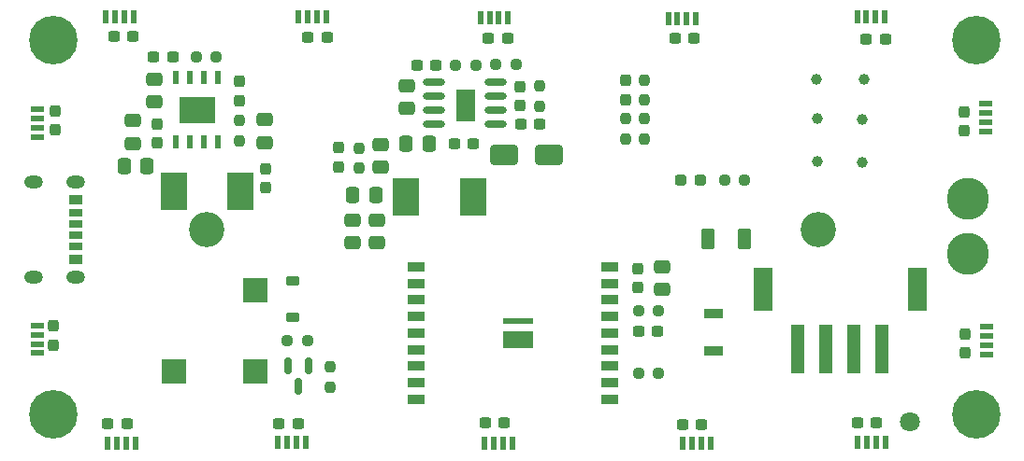
<source format=gbr>
%TF.GenerationSoftware,KiCad,Pcbnew,7.0.5*%
%TF.CreationDate,2023-12-17T20:10:20+08:00*%
%TF.ProjectId,bat_rf,6261745f-7266-42e6-9b69-6361645f7063,rev?*%
%TF.SameCoordinates,Original*%
%TF.FileFunction,Soldermask,Bot*%
%TF.FilePolarity,Negative*%
%FSLAX46Y46*%
G04 Gerber Fmt 4.6, Leading zero omitted, Abs format (unit mm)*
G04 Created by KiCad (PCBNEW 7.0.5) date 2023-12-17 20:10:20*
%MOMM*%
%LPD*%
G01*
G04 APERTURE LIST*
G04 Aperture macros list*
%AMRoundRect*
0 Rectangle with rounded corners*
0 $1 Rounding radius*
0 $2 $3 $4 $5 $6 $7 $8 $9 X,Y pos of 4 corners*
0 Add a 4 corners polygon primitive as box body*
4,1,4,$2,$3,$4,$5,$6,$7,$8,$9,$2,$3,0*
0 Add four circle primitives for the rounded corners*
1,1,$1+$1,$2,$3*
1,1,$1+$1,$4,$5*
1,1,$1+$1,$6,$7*
1,1,$1+$1,$8,$9*
0 Add four rect primitives between the rounded corners*
20,1,$1+$1,$2,$3,$4,$5,0*
20,1,$1+$1,$4,$5,$6,$7,0*
20,1,$1+$1,$6,$7,$8,$9,0*
20,1,$1+$1,$8,$9,$2,$3,0*%
G04 Aperture macros list end*
%ADD10R,1.800000X3.900000*%
%ADD11R,1.300000X4.500000*%
%ADD12C,3.800000*%
%ADD13C,4.400000*%
%ADD14C,1.800000*%
%ADD15C,3.200000*%
%ADD16RoundRect,0.237500X-0.300000X-0.237500X0.300000X-0.237500X0.300000X0.237500X-0.300000X0.237500X0*%
%ADD17RoundRect,0.237500X-0.250000X-0.237500X0.250000X-0.237500X0.250000X0.237500X-0.250000X0.237500X0*%
%ADD18RoundRect,0.250000X-0.475000X0.337500X-0.475000X-0.337500X0.475000X-0.337500X0.475000X0.337500X0*%
%ADD19RoundRect,0.237500X0.300000X0.237500X-0.300000X0.237500X-0.300000X-0.237500X0.300000X-0.237500X0*%
%ADD20RoundRect,0.250000X0.475000X-0.337500X0.475000X0.337500X-0.475000X0.337500X-0.475000X-0.337500X0*%
%ADD21R,2.195000X2.195000*%
%ADD22R,0.550000X1.200000*%
%ADD23RoundRect,0.237500X-0.237500X0.300000X-0.237500X-0.300000X0.237500X-0.300000X0.237500X0.300000X0*%
%ADD24RoundRect,0.237500X0.237500X-0.287500X0.237500X0.287500X-0.237500X0.287500X-0.237500X-0.287500X0*%
%ADD25RoundRect,0.250000X-0.337500X-0.475000X0.337500X-0.475000X0.337500X0.475000X-0.337500X0.475000X0*%
%ADD26RoundRect,0.237500X-0.237500X0.250000X-0.237500X-0.250000X0.237500X-0.250000X0.237500X0.250000X0*%
%ADD27RoundRect,0.237500X0.237500X-0.250000X0.237500X0.250000X-0.237500X0.250000X-0.237500X-0.250000X0*%
%ADD28RoundRect,0.225000X-0.375000X0.225000X-0.375000X-0.225000X0.375000X-0.225000X0.375000X0.225000X0*%
%ADD29R,1.200000X0.550000*%
%ADD30C,1.000000*%
%ADD31RoundRect,0.237500X-0.287500X-0.237500X0.287500X-0.237500X0.287500X0.237500X-0.287500X0.237500X0*%
%ADD32RoundRect,0.150000X-0.150000X0.587500X-0.150000X-0.587500X0.150000X-0.587500X0.150000X0.587500X0*%
%ADD33RoundRect,0.237500X0.250000X0.237500X-0.250000X0.237500X-0.250000X-0.237500X0.250000X-0.237500X0*%
%ADD34RoundRect,0.237500X0.237500X-0.300000X0.237500X0.300000X-0.237500X0.300000X-0.237500X-0.300000X0*%
%ADD35O,1.700000X1.200000*%
%ADD36R,1.200000X0.700000*%
%ADD37R,1.200000X0.800000*%
%ADD38R,1.200000X0.900000*%
%ADD39R,1.500000X0.900000*%
%ADD40R,2.800000X1.600000*%
%ADD41R,2.800000X0.550000*%
%ADD42RoundRect,0.250000X0.337500X0.475000X-0.337500X0.475000X-0.337500X-0.475000X0.337500X-0.475000X0*%
%ADD43RoundRect,0.250000X-0.362500X-0.700000X0.362500X-0.700000X0.362500X0.700000X-0.362500X0.700000X0*%
%ADD44R,0.600000X1.200000*%
%ADD45R,3.300000X2.400000*%
%ADD46RoundRect,0.237500X-0.237500X0.287500X-0.237500X-0.287500X0.237500X-0.287500X0.237500X0.287500X0*%
%ADD47R,2.350000X3.500000*%
%ADD48R,1.700000X0.900000*%
%ADD49O,2.032000X0.610000*%
%ADD50R,1.800000X3.000000*%
%ADD51RoundRect,0.250000X-1.000000X-0.650000X1.000000X-0.650000X1.000000X0.650000X-1.000000X0.650000X0*%
G04 APERTURE END LIST*
D10*
%TO.C,J2*%
X110689000Y-77125000D03*
X124711000Y-77125000D03*
D11*
X113891000Y-82475000D03*
X116431000Y-82475000D03*
X118971000Y-82475000D03*
X121511000Y-82475000D03*
%TD*%
D12*
%TO.C,J4*%
X129265000Y-68875000D03*
X129265000Y-73875000D03*
%TD*%
D13*
%TO.C,H2*%
X130000000Y-54475000D03*
%TD*%
%TO.C,H1*%
X46465000Y-54475000D03*
%TD*%
D14*
%TO.C,BT1*%
X123995000Y-89075000D03*
D15*
X115765000Y-71675000D03*
X60365000Y-71675000D03*
%TD*%
D13*
%TO.C,H3*%
X130000000Y-88475000D03*
%TD*%
%TO.C,H4*%
X46465000Y-88475000D03*
%TD*%
D16*
%TO.C,C36*%
X51402500Y-89275000D03*
X53127500Y-89275000D03*
%TD*%
D17*
%TO.C,R4*%
X99452500Y-79075000D03*
X101277500Y-79075000D03*
%TD*%
D18*
%TO.C,C3*%
X76127000Y-63964500D03*
X76127000Y-66039500D03*
%TD*%
%TO.C,C13*%
X55625000Y-58011000D03*
X55625000Y-60086000D03*
%TD*%
D19*
%TO.C,C19*%
X90495500Y-62148000D03*
X88770500Y-62148000D03*
%TD*%
D20*
%TO.C,C8*%
X65600000Y-63775000D03*
X65600000Y-61700000D03*
%TD*%
D21*
%TO.C,BZ1*%
X64769724Y-77157500D03*
X64769724Y-84557500D03*
X57369724Y-84557500D03*
%TD*%
D19*
%TO.C,C15*%
X71232500Y-54200000D03*
X69507500Y-54200000D03*
%TD*%
D22*
%TO.C,LED11*%
X71160000Y-52400000D03*
X70320000Y-52400000D03*
X69480000Y-52400000D03*
X68640000Y-52400000D03*
%TD*%
D23*
%TO.C,C25*%
X46500000Y-80437500D03*
X46500000Y-82162500D03*
%TD*%
D24*
%TO.C,D14*%
X72327000Y-65977000D03*
X72327000Y-64227000D03*
%TD*%
D25*
%TO.C,C2*%
X73589500Y-68502000D03*
X75664500Y-68502000D03*
%TD*%
D26*
%TO.C,R9*%
X98245000Y-61608767D03*
X98245000Y-63433767D03*
%TD*%
D27*
%TO.C,R17*%
X74127000Y-66114500D03*
X74127000Y-64289500D03*
%TD*%
D28*
%TO.C,D5*%
X68169724Y-76307500D03*
X68169724Y-79607500D03*
%TD*%
D29*
%TO.C,LED1*%
X130900000Y-62760000D03*
X130900000Y-61920000D03*
X130900000Y-61080000D03*
X130900000Y-60240000D03*
%TD*%
D30*
%TO.C,TP3*%
X115565000Y-58075000D03*
%TD*%
D31*
%TO.C,D13*%
X103315000Y-67175000D03*
X105065000Y-67175000D03*
%TD*%
D29*
%TO.C,LED2*%
X131000000Y-82980000D03*
X131000000Y-82140000D03*
X131000000Y-81300000D03*
X131000000Y-80460000D03*
%TD*%
D32*
%TO.C,Q1*%
X67719724Y-84020000D03*
X69619724Y-84020000D03*
X68669724Y-85895000D03*
%TD*%
D27*
%TO.C,R7*%
X71569724Y-85970000D03*
X71569724Y-84145000D03*
%TD*%
D17*
%TO.C,R6*%
X67657224Y-81757500D03*
X69482224Y-81757500D03*
%TD*%
D18*
%TO.C,C20*%
X101565000Y-75037500D03*
X101565000Y-77112500D03*
%TD*%
D22*
%TO.C,LED4*%
X103485000Y-91075000D03*
X104325000Y-91075000D03*
X105165000Y-91075000D03*
X106005000Y-91075000D03*
%TD*%
D33*
%TO.C,R16*%
X88339500Y-56702000D03*
X86514500Y-56702000D03*
%TD*%
D19*
%TO.C,C14*%
X121795000Y-54365000D03*
X120070000Y-54365000D03*
%TD*%
D16*
%TO.C,C22*%
X99465000Y-80875000D03*
X101190000Y-80875000D03*
%TD*%
D33*
%TO.C,R13*%
X109077500Y-67205000D03*
X107252500Y-67205000D03*
%TD*%
D29*
%TO.C,LED13*%
X45000000Y-60760000D03*
X45000000Y-61600000D03*
X45000000Y-62440000D03*
X45000000Y-63280000D03*
%TD*%
D16*
%TO.C,C18*%
X79370500Y-56748000D03*
X81095500Y-56748000D03*
%TD*%
D30*
%TO.C,TP5*%
X119665000Y-61675000D03*
%TD*%
D34*
%TO.C,C9*%
X55900000Y-63800000D03*
X55900000Y-62075000D03*
%TD*%
D20*
%TO.C,C16*%
X78433000Y-60685500D03*
X78433000Y-58610500D03*
%TD*%
D25*
%TO.C,C4*%
X78389500Y-63902000D03*
X80464500Y-63902000D03*
%TD*%
D19*
%TO.C,C23*%
X53695000Y-54125000D03*
X51970000Y-54125000D03*
%TD*%
D22*
%TO.C,LED7*%
X51385000Y-91075000D03*
X52225000Y-91075000D03*
X53065000Y-91075000D03*
X53905000Y-91075000D03*
%TD*%
D30*
%TO.C,TP6*%
X115665000Y-65475000D03*
%TD*%
D35*
%TO.C,J1*%
X48500000Y-75995000D03*
X48500000Y-67355000D03*
X44700000Y-75995000D03*
X44700000Y-67355000D03*
D36*
X48480000Y-72175000D03*
D37*
X48480000Y-70155000D03*
D38*
X48480000Y-68925000D03*
D36*
X48480000Y-71175000D03*
D37*
X48480000Y-73195000D03*
D38*
X48480000Y-74425000D03*
%TD*%
D23*
%TO.C,C21*%
X99365000Y-75212500D03*
X99365000Y-76937500D03*
%TD*%
D16*
%TO.C,C34*%
X85580000Y-89175000D03*
X87305000Y-89175000D03*
%TD*%
D39*
%TO.C,U3*%
X96818452Y-75055000D03*
X96818452Y-76555000D03*
X96818452Y-78055000D03*
X96818452Y-79555000D03*
X96818452Y-81055000D03*
X96818452Y-82555000D03*
X96818452Y-84055000D03*
X96818452Y-85555000D03*
X96818452Y-87055000D03*
X79318452Y-87055000D03*
X79318452Y-85555000D03*
X79318452Y-84055000D03*
X79318452Y-82555000D03*
X79318452Y-81055000D03*
X79318452Y-79555000D03*
X79318452Y-78055000D03*
X79318452Y-76555000D03*
X79318452Y-75055000D03*
D40*
X88538452Y-81685000D03*
D41*
X88538452Y-79960000D03*
%TD*%
D30*
%TO.C,TP1*%
X119865000Y-58075000D03*
%TD*%
D29*
%TO.C,LED14*%
X44995000Y-80372500D03*
X44995000Y-81212500D03*
X44995000Y-82052500D03*
X44995000Y-82892500D03*
%TD*%
D22*
%TO.C,LED6*%
X66805000Y-90975000D03*
X67645000Y-90975000D03*
X68485000Y-90975000D03*
X69325000Y-90975000D03*
%TD*%
D20*
%TO.C,C1*%
X73527000Y-72877000D03*
X73527000Y-70802000D03*
%TD*%
D16*
%TO.C,C17*%
X82770500Y-63848000D03*
X84495500Y-63848000D03*
%TD*%
%TO.C,C33*%
X103442500Y-89375000D03*
X105167500Y-89375000D03*
%TD*%
D42*
%TO.C,C10*%
X54937500Y-65937500D03*
X52862500Y-65937500D03*
%TD*%
D43*
%TO.C,FB1*%
X105737500Y-72500000D03*
X109062500Y-72500000D03*
%TD*%
D44*
%TO.C,U4*%
X61405000Y-63720500D03*
X60135000Y-63720500D03*
X58865000Y-63720500D03*
X57595000Y-63720500D03*
X57595000Y-57904500D03*
X58865000Y-57904500D03*
X60135000Y-57904500D03*
X61405000Y-57904500D03*
D45*
X59500000Y-60812500D03*
%TD*%
D20*
%TO.C,C39*%
X75727000Y-72877000D03*
X75727000Y-70802000D03*
%TD*%
D16*
%TO.C,C35*%
X66882500Y-89275000D03*
X68607500Y-89275000D03*
%TD*%
%TO.C,C32*%
X119262500Y-89175000D03*
X120987500Y-89175000D03*
%TD*%
D46*
%TO.C,D6*%
X63295000Y-58254500D03*
X63295000Y-60004500D03*
%TD*%
D19*
%TO.C,C6*%
X104457500Y-54325000D03*
X102732500Y-54325000D03*
%TD*%
D47*
%TO.C,L3*%
X84462000Y-68702000D03*
X78392000Y-68702000D03*
%TD*%
D20*
%TO.C,C11*%
X53700000Y-63875000D03*
X53700000Y-61800000D03*
%TD*%
D19*
%TO.C,C5*%
X87587500Y-54280000D03*
X85862500Y-54280000D03*
%TD*%
%TO.C,C12*%
X57287500Y-56048500D03*
X55562500Y-56048500D03*
%TD*%
D48*
%TO.C,SW2*%
X106200000Y-79300000D03*
X106200000Y-82700000D03*
%TD*%
D26*
%TO.C,R8*%
X90533000Y-58635500D03*
X90533000Y-60460500D03*
%TD*%
D30*
%TO.C,TP4*%
X119665000Y-65575000D03*
%TD*%
D22*
%TO.C,LED12*%
X53760000Y-52400000D03*
X52920000Y-52400000D03*
X52080000Y-52400000D03*
X51240000Y-52400000D03*
%TD*%
D17*
%TO.C,R5*%
X99452500Y-84700000D03*
X101277500Y-84700000D03*
%TD*%
D26*
%TO.C,R10*%
X99945000Y-58108767D03*
X99945000Y-59933767D03*
%TD*%
%TO.C,R12*%
X63300000Y-61800000D03*
X63300000Y-63625000D03*
%TD*%
D23*
%TO.C,C38*%
X88733000Y-58685500D03*
X88733000Y-60410500D03*
%TD*%
D22*
%TO.C,LED3*%
X119285000Y-90975000D03*
X120125000Y-90975000D03*
X120965000Y-90975000D03*
X121805000Y-90975000D03*
%TD*%
D23*
%TO.C,C7*%
X65700000Y-66137500D03*
X65700000Y-67862500D03*
%TD*%
%TO.C,C24*%
X46600000Y-60907500D03*
X46600000Y-62632500D03*
%TD*%
D49*
%TO.C,U1*%
X80939000Y-62142000D03*
X80939000Y-60872000D03*
X80939000Y-59602000D03*
X80939000Y-58332000D03*
X86527000Y-58332000D03*
X86527000Y-59602000D03*
X86527000Y-60872000D03*
X86527000Y-62142000D03*
D50*
X83765000Y-60375000D03*
%TD*%
D47*
%TO.C,L1*%
X63435000Y-68200000D03*
X57365000Y-68200000D03*
%TD*%
D34*
%TO.C,C30*%
X128900000Y-62742500D03*
X128900000Y-61017500D03*
%TD*%
D22*
%TO.C,LED10*%
X121760000Y-52400000D03*
X120920000Y-52400000D03*
X120080000Y-52400000D03*
X119240000Y-52400000D03*
%TD*%
D27*
%TO.C,R14*%
X99945000Y-63433767D03*
X99945000Y-61608767D03*
%TD*%
D34*
%TO.C,C31*%
X129000000Y-82862500D03*
X129000000Y-81137500D03*
%TD*%
D33*
%TO.C,R15*%
X84739500Y-56802000D03*
X82914500Y-56802000D03*
%TD*%
D30*
%TO.C,TP2*%
X115665000Y-61575000D03*
%TD*%
D17*
%TO.C,R11*%
X59382500Y-56004500D03*
X61207500Y-56004500D03*
%TD*%
D51*
%TO.C,D12*%
X87300000Y-64900000D03*
X91300000Y-64900000D03*
%TD*%
D22*
%TO.C,LED8*%
X87645000Y-52480000D03*
X86805000Y-52480000D03*
X85965000Y-52480000D03*
X85125000Y-52480000D03*
%TD*%
D34*
%TO.C,C37*%
X98245000Y-59883767D03*
X98245000Y-58158767D03*
%TD*%
D22*
%TO.C,LED9*%
X104660000Y-52500000D03*
X103820000Y-52500000D03*
X102980000Y-52500000D03*
X102140000Y-52500000D03*
%TD*%
%TO.C,LED5*%
X85540000Y-91075000D03*
X86380000Y-91075000D03*
X87220000Y-91075000D03*
X88060000Y-91075000D03*
%TD*%
M02*

</source>
